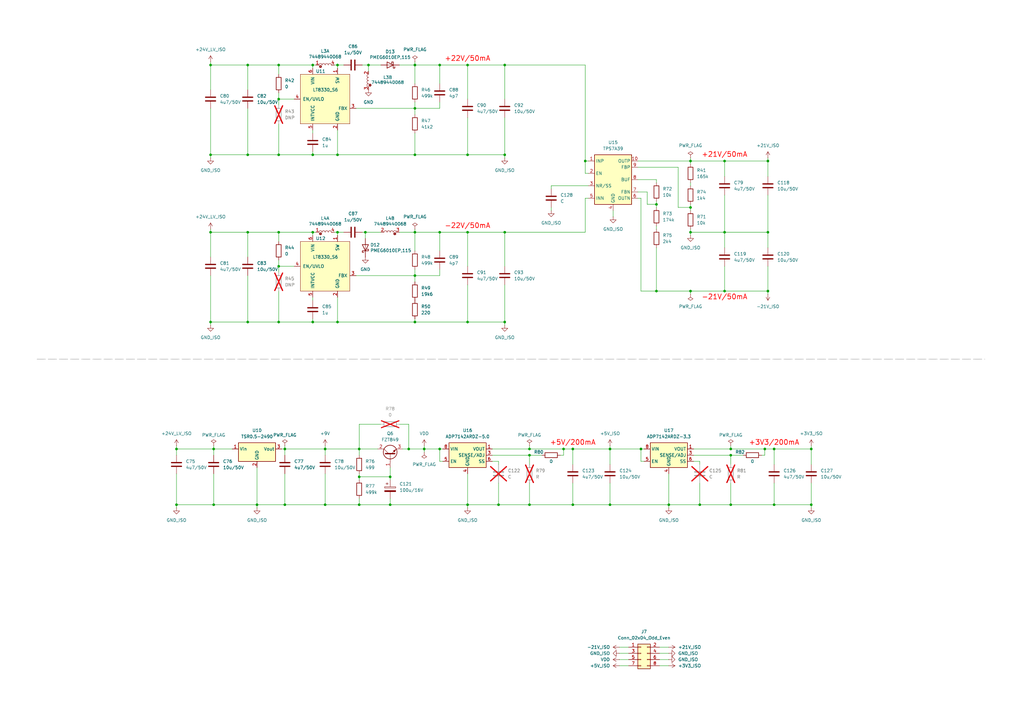
<source format=kicad_sch>
(kicad_sch (version 20250114) (generator "eeschema") (generator_version "9.0")
  (paper "A3")
  (text "+3V3/200mA" (at 317.5 181.61 0) (effects (font (size 2.032 2.032) (thickness 0.254) (bold yes))))
  (text "+22V/50mA" (at 191.77 24.13 0) (effects (font (size 2.032 2.032) (thickness 0.254) (bold yes))))
  (text "-22V/50mA" (at 191.77 92.71 0) (effects (font (size 2.032 2.032) (thickness 0.254) (bold yes))))
  (text "+21V/50mA" (at 297.18 63.5 0) (effects (font (size 2.032 2.032) (thickness 0.254) (bold yes))))
  (text "+5V/200mA" (at 234.95 181.61 0) (effects (font (size 2.032 2.032) (thickness 0.254) (bold yes))))
  (text "-21V/50mA" (at 297.18 121.92 0) (effects (font (size 2.032 2.032) (thickness 0.254) (bold yes))))
  (junction (at 207.01 63.5))
  (junction (at 173.99 184.15))
  (junction (at 250.19 207.01))
  (junction (at 191.77 26.67))
  (junction (at 170.18 95.25))
  (junction (at 191.77 207.01))
  (junction (at 114.3 26.67))
  (junction (at 87.63 207.01))
  (junction (at 72.39 207.01))
  (junction (at 128.27 26.67))
  (junction (at 86.36 95.25))
  (junction (at 180.34 95.25))
  (junction (at 283.21 119.38))
  (junction (at 160.02 195.58))
  (junction (at 170.18 63.5))
  (junction (at 116.84 184.15))
  (junction (at 86.36 26.67))
  (junction (at 133.35 207.01))
  (junction (at 180.34 26.67))
  (junction (at 114.3 63.5))
  (junction (at 191.77 132.08))
  (junction (at 297.18 119.38))
  (junction (at 114.3 95.25))
  (junction (at 207.01 132.08))
  (junction (at 105.41 207.01))
  (junction (at 283.21 66.04))
  (junction (at 87.63 184.15))
  (junction (at 317.5 184.15))
  (junction (at 101.6 95.25))
  (junction (at 128.27 63.5))
  (junction (at 133.35 184.15))
  (junction (at 299.72 186.69))
  (junction (at 217.17 207.01))
  (junction (at 114.3 132.08))
  (junction (at 138.43 26.67))
  (junction (at 114.3 40.64))
  (junction (at 147.32 207.01))
  (junction (at 283.21 85.09))
  (junction (at 204.47 207.01))
  (junction (at 240.03 66.04))
  (junction (at 207.01 95.25))
  (junction (at 138.43 95.25))
  (junction (at 299.72 207.01))
  (junction (at 332.74 207.01))
  (junction (at 234.95 184.15))
  (junction (at 231.14 184.15))
  (junction (at 274.32 207.01))
  (junction (at 128.27 132.08))
  (junction (at 314.96 66.04))
  (junction (at 101.6 26.67))
  (junction (at 170.18 113.03))
  (junction (at 314.96 119.38))
  (junction (at 299.72 184.15))
  (junction (at 269.24 119.38))
  (junction (at 147.32 184.15))
  (junction (at 116.84 207.01))
  (junction (at 332.74 184.15))
  (junction (at 160.02 207.01))
  (junction (at 234.95 207.01))
  (junction (at 149.86 95.25))
  (junction (at 207.01 26.67))
  (junction (at 314.96 95.25))
  (junction (at 297.18 95.25))
  (junction (at 170.18 44.45))
  (junction (at 217.17 186.69))
  (junction (at 297.18 66.04))
  (junction (at 101.6 63.5))
  (junction (at 138.43 63.5))
  (junction (at 317.5 207.01))
  (junction (at 151.13 26.67))
  (junction (at 138.43 132.08))
  (junction (at 170.18 132.08))
  (junction (at 128.27 95.25))
  (junction (at 86.36 132.08))
  (junction (at 287.02 207.01))
  (junction (at 167.64 184.15))
  (junction (at 283.21 95.25))
  (junction (at 180.34 184.15))
  (junction (at 313.69 184.15))
  (junction (at 262.89 184.15))
  (junction (at 101.6 132.08))
  (junction (at 191.77 63.5))
  (junction (at 86.36 63.5))
  (junction (at 170.18 26.67))
  (junction (at 114.3 109.22))
  (junction (at 191.77 95.25))
  (junction (at 269.24 83.82))
  (junction (at 147.32 195.58))
  (junction (at 217.17 184.15))
  (junction (at 250.19 184.15))
  (junction (at 72.39 184.15))
  (wire (pts (xy 160.02 195.58) (xy 160.02 196.85)))
  (wire (pts (xy 191.77 109.22) (xy 191.77 95.25)))
  (wire (pts (xy 170.18 26.67) (xy 180.34 26.67)))
  (wire (pts (xy 116.84 184.15) (xy 133.35 184.15)))
  (wire (pts (xy 250.19 207.01) (xy 274.32 207.01)))
  (wire (pts (xy 332.74 190.5) (xy 332.74 184.15)))
  (wire (pts (xy 170.18 41.91) (xy 170.18 44.45)))
  (wire (pts (xy 241.3 71.12) (xy 240.03 71.12)))
  (wire (pts (xy 138.43 95.25) (xy 138.43 96.52)))
  (wire (pts (xy 170.18 44.45) (xy 180.34 44.45)))
  (wire (pts (xy 207.01 95.25) (xy 240.03 95.25)))
  (wire (pts (xy 314.96 80.01) (xy 314.96 95.25)))
  (wire (pts (xy 147.32 173.99) (xy 147.32 184.15)))
  (wire (pts (xy 299.72 184.15) (xy 313.69 184.15)))
  (wire (pts (xy 299.72 186.69) (xy 299.72 190.5)))
  (wire (pts (xy 269.24 92.71) (xy 269.24 93.98)))
  (wire (pts (xy 283.21 119.38) (xy 283.21 120.65)))
  (wire (pts (xy 86.36 132.08) (xy 86.36 133.35)))
  (wire (pts (xy 299.72 186.69) (xy 304.8 186.69)))
  (wire (pts (xy 226.06 77.47) (xy 226.06 76.2)))
  (wire (pts (xy 240.03 26.67) (xy 240.03 66.04)))
  (wire (pts (xy 173.99 182.88) (xy 173.99 184.15)))
  (wire (pts (xy 278.13 68.58) (xy 278.13 85.09)))
  (wire (pts (xy 332.74 182.88) (xy 332.74 184.15)))
  (wire (pts (xy 283.21 66.04) (xy 283.21 67.31)))
  (wire (pts (xy 207.01 40.64) (xy 207.01 26.67)))
  (wire (pts (xy 297.18 95.25) (xy 297.18 101.6)))
  (wire (pts (xy 180.34 95.25) (xy 170.18 95.25)))
  (wire (pts (xy 72.39 207.01) (xy 72.39 208.28)))
  (wire (pts (xy 317.5 184.15) (xy 317.5 190.5)))
  (wire (pts (xy 101.6 95.25) (xy 114.3 95.25)))
  (wire (pts (xy 138.43 132.08) (xy 138.43 121.92)))
  (wire (pts (xy 180.34 26.67) (xy 191.77 26.67)))
  (wire (pts (xy 254 267.97) (xy 257.81 267.97)))
  (wire (pts (xy 160.02 191.77) (xy 160.02 195.58)))
  (wire (pts (xy 269.24 83.82) (xy 265.43 83.82)))
  (wire (pts (xy 204.47 198.12) (xy 204.47 207.01)))
  (wire (pts (xy 241.3 81.28) (xy 240.03 81.28)))
  (wire (pts (xy 86.36 95.25) (xy 101.6 95.25)))
  (wire (pts (xy 133.35 184.15) (xy 147.32 184.15)))
  (wire (pts (xy 86.36 36.83) (xy 86.36 26.67)))
  (wire (pts (xy 167.64 184.15) (xy 173.99 184.15)))
  (wire (pts (xy 128.27 123.19) (xy 128.27 121.92)))
  (wire (pts (xy 274.32 207.01) (xy 274.32 194.31)))
  (wire (pts (xy 170.18 132.08) (xy 138.43 132.08)))
  (wire (pts (xy 261.62 73.66) (xy 269.24 73.66)))
  (wire (pts (xy 191.77 132.08) (xy 207.01 132.08)))
  (wire (pts (xy 116.84 207.01) (xy 133.35 207.01)))
  (wire (pts (xy 201.93 186.69) (xy 217.17 186.69)))
  (wire (pts (xy 86.36 105.41) (xy 86.36 95.25)))
  (wire (pts (xy 234.95 207.01) (xy 250.19 207.01)))
  (wire (pts (xy 180.34 184.15) (xy 180.34 189.23)))
  (wire (pts (xy 269.24 73.66) (xy 269.24 74.93)))
  (wire (pts (xy 283.21 66.04) (xy 297.18 66.04)))
  (wire (pts (xy 191.77 207.01) (xy 204.47 207.01)))
  (wire (pts (xy 201.93 189.23) (xy 204.47 189.23)))
  (wire (pts (xy 240.03 66.04) (xy 241.3 66.04)))
  (wire (pts (xy 254 265.43) (xy 257.81 265.43)))
  (wire (pts (xy 191.77 132.08) (xy 191.77 116.84)))
  (wire (pts (xy 114.3 43.18) (xy 114.3 40.64)))
  (wire (pts (xy 204.47 189.23) (xy 204.47 190.5)))
  (wire (pts (xy 170.18 113.03) (xy 170.18 115.57)))
  (wire (pts (xy 278.13 85.09) (xy 283.21 85.09)))
  (wire (pts (xy 250.19 184.15) (xy 262.89 184.15)))
  (wire (pts (xy 191.77 207.01) (xy 191.77 208.28)))
  (wire (pts (xy 226.06 76.2) (xy 241.3 76.2)))
  (wire (pts (xy 86.36 44.45) (xy 86.36 63.5)))
  (wire (pts (xy 332.74 184.15) (xy 317.5 184.15)))
  (wire (pts (xy 299.72 207.01) (xy 317.5 207.01)))
  (wire (pts (xy 114.3 26.67) (xy 128.27 26.67)))
  (wire (pts (xy 138.43 26.67) (xy 138.43 27.94)))
  (wire (pts (xy 86.36 63.5) (xy 101.6 63.5)))
  (wire (pts (xy 284.48 189.23) (xy 287.02 189.23)))
  (wire (pts (xy 207.01 109.22) (xy 207.01 95.25)))
  (wire (pts (xy 165.1 184.15) (xy 167.64 184.15)))
  (wire (pts (xy 283.21 64.77) (xy 283.21 66.04)))
  (wire (pts (xy 297.18 66.04) (xy 297.18 72.39)))
  (wire (pts (xy 314.96 66.04) (xy 314.96 72.39)))
  (wire (pts (xy 167.64 173.99) (xy 167.64 184.15)))
  (wire (pts (xy 149.86 97.79) (xy 149.86 95.25)))
  (wire (pts (xy 148.59 95.25) (xy 149.86 95.25)))
  (wire (pts (xy 250.19 207.01) (xy 250.19 198.12)))
  (wire (pts (xy 133.35 186.69) (xy 133.35 184.15)))
  (wire (pts (xy 314.96 119.38) (xy 314.96 120.65)))
  (wire (pts (xy 270.51 265.43) (xy 274.32 265.43)))
  (wire (pts (xy 72.39 186.69) (xy 72.39 184.15)))
  (wire (pts (xy 191.77 207.01) (xy 191.77 194.31)))
  (wire (pts (xy 101.6 105.41) (xy 101.6 95.25)))
  (wire (pts (xy 147.32 195.58) (xy 160.02 195.58)))
  (wire (pts (xy 86.36 64.77) (xy 86.36 63.5)))
  (wire (pts (xy 240.03 66.04) (xy 240.03 71.12)))
  (wire (pts (xy 270.51 267.97) (xy 274.32 267.97)))
  (wire (pts (xy 138.43 63.5) (xy 138.43 53.34)))
  (wire (pts (xy 254 273.05) (xy 257.81 273.05)))
  (wire (pts (xy 170.18 25.4) (xy 170.18 26.67)))
  (wire (pts (xy 129.54 26.67) (xy 128.27 26.67)))
  (wire (pts (xy 217.17 207.01) (xy 204.47 207.01)))
  (wire (pts (xy 261.62 66.04) (xy 283.21 66.04)))
  (wire (pts (xy 160.02 207.01) (xy 191.77 207.01)))
  (wire (pts (xy 217.17 184.15) (xy 231.14 184.15)))
  (wire (pts (xy 146.05 44.45) (xy 170.18 44.45)))
  (wire (pts (xy 116.84 207.01) (xy 116.84 194.31)))
  (wire (pts (xy 170.18 130.81) (xy 170.18 132.08)))
  (wire (pts (xy 156.21 173.99) (xy 147.32 173.99)))
  (wire (pts (xy 149.86 95.25) (xy 156.21 95.25)))
  (wire (pts (xy 207.01 132.08) (xy 207.01 133.35)))
  (wire (pts (xy 231.14 184.15) (xy 234.95 184.15)))
  (wire (pts (xy 299.72 182.88) (xy 299.72 184.15)))
  (wire (pts (xy 217.17 182.88) (xy 217.17 184.15)))
  (wire (pts (xy 250.19 182.88) (xy 250.19 184.15)))
  (wire (pts (xy 86.36 113.03) (xy 86.36 132.08)))
  (wire (pts (xy 201.93 184.15) (xy 217.17 184.15)))
  (wire (pts (xy 207.01 26.67) (xy 191.77 26.67)))
  (wire (pts (xy 270.51 270.51) (xy 274.32 270.51)))
  (wire (pts (xy 283.21 95.25) (xy 283.21 96.52)))
  (wire (pts (xy 151.13 29.21) (xy 151.13 26.67)))
  (wire (pts (xy 180.34 102.87) (xy 180.34 95.25)))
  (wire (pts (xy 170.18 95.25) (xy 170.18 102.87)))
  (wire (pts (xy 269.24 83.82) (xy 269.24 85.09)))
  (wire (pts (xy 137.16 95.25) (xy 138.43 95.25)))
  (wire (pts (xy 114.3 30.48) (xy 114.3 26.67)))
  (wire (pts (xy 114.3 63.5) (xy 114.3 50.8)))
  (wire (pts (xy 274.32 207.01) (xy 287.02 207.01)))
  (wire (pts (xy 297.18 119.38) (xy 314.96 119.38)))
  (wire (pts (xy 170.18 44.45) (xy 170.18 46.99)))
  (wire (pts (xy 115.57 184.15) (xy 116.84 184.15)))
  (wire (pts (xy 287.02 189.23) (xy 287.02 190.5)))
  (wire (pts (xy 101.6 36.83) (xy 101.6 26.67)))
  (wire (pts (xy 261.62 68.58) (xy 278.13 68.58)))
  (wire (pts (xy 116.84 186.69) (xy 116.84 184.15)))
  (wire (pts (xy 283.21 85.09) (xy 283.21 86.36)))
  (wire (pts (xy 170.18 63.5) (xy 138.43 63.5)))
  (wire (pts (xy 314.96 95.25) (xy 314.96 101.6)))
  (wire (pts (xy 283.21 95.25) (xy 297.18 95.25)))
  (wire (pts (xy 191.77 95.25) (xy 207.01 95.25)))
  (wire (pts (xy 234.95 198.12) (xy 234.95 207.01)))
  (wire (pts (xy 265.43 83.82) (xy 265.43 78.74)))
  (wire (pts (xy 72.39 194.31) (xy 72.39 207.01)))
  (wire (pts (xy 128.27 63.5) (xy 138.43 63.5)))
  (wire (pts (xy 283.21 74.93) (xy 283.21 76.2)))
  (wire (pts (xy 317.5 198.12) (xy 317.5 207.01)))
  (wire (pts (xy 299.72 198.12) (xy 299.72 207.01)))
  (wire (pts (xy 170.18 110.49) (xy 170.18 113.03)))
  (wire (pts (xy 170.18 54.61) (xy 170.18 63.5)))
  (wire (pts (xy 262.89 184.15) (xy 262.89 189.23)))
  (wire (pts (xy 72.39 207.01) (xy 87.63 207.01)))
  (wire (pts (xy 207.01 63.5) (xy 207.01 64.77)))
  (wire (pts (xy 284.48 186.69) (xy 299.72 186.69)))
  (wire (pts (xy 148.59 26.67) (xy 151.13 26.67)))
  (wire (pts (xy 317.5 207.01) (xy 332.74 207.01)))
  (wire (pts (xy 86.36 25.4) (xy 86.36 26.67)))
  (wire (pts (xy 147.32 194.31) (xy 147.32 195.58)))
  (wire (pts (xy 128.27 132.08) (xy 138.43 132.08)))
  (wire (pts (xy 180.34 44.45) (xy 180.34 41.91)))
  (wire (pts (xy 101.6 132.08) (xy 114.3 132.08)))
  (wire (pts (xy 72.39 182.88) (xy 72.39 184.15)))
  (wire (pts (xy 262.89 184.15) (xy 264.16 184.15)))
  (wire (pts (xy 283.21 93.98) (xy 283.21 95.25)))
  (wire (pts (xy 86.36 132.08) (xy 101.6 132.08)))
  (wire (pts (xy 313.69 184.15) (xy 313.69 186.69)))
  (wire (pts (xy 297.18 66.04) (xy 314.96 66.04)))
  (wire (pts (xy 314.96 109.22) (xy 314.96 119.38)))
  (wire (pts (xy 120.65 40.64) (xy 114.3 40.64)))
  (wire (pts (xy 297.18 109.22) (xy 297.18 119.38)))
  (wire (pts (xy 86.36 93.98) (xy 86.36 95.25)))
  (wire (pts (xy 262.89 81.28) (xy 262.89 119.38)))
  (wire (pts (xy 128.27 62.23) (xy 128.27 63.5)))
  (wire (pts (xy 147.32 195.58) (xy 147.32 196.85)))
  (wire (pts (xy 191.77 63.5) (xy 207.01 63.5)))
  (wire (pts (xy 128.27 54.61) (xy 128.27 53.34)))
  (wire (pts (xy 128.27 132.08) (xy 114.3 132.08)))
  (wire (pts (xy 231.14 186.69) (xy 229.87 186.69)))
  (wire (pts (xy 269.24 82.55) (xy 269.24 83.82)))
  (wire (pts (xy 140.97 26.67) (xy 138.43 26.67)))
  (wire (pts (xy 114.3 109.22) (xy 114.3 106.68)))
  (wire (pts (xy 207.01 116.84) (xy 207.01 132.08)))
  (wire (pts (xy 101.6 26.67) (xy 114.3 26.67)))
  (wire (pts (xy 173.99 184.15) (xy 180.34 184.15)))
  (polyline (pts (xy 15.24 147.32) (xy 403.86 147.32)) (stroke (width 0.3048) (type dash) (color 194 194 194 1)))
  (wire (pts (xy 160.02 207.01) (xy 147.32 207.01)))
  (wire (pts (xy 181.61 189.23) (xy 180.34 189.23)))
  (wire (pts (xy 116.84 182.88) (xy 116.84 184.15)))
  (wire (pts (xy 137.16 26.67) (xy 138.43 26.67)))
  (wire (pts (xy 87.63 184.15) (xy 87.63 186.69)))
  (wire (pts (xy 250.19 184.15) (xy 234.95 184.15)))
  (wire (pts (xy 87.63 207.01) (xy 105.41 207.01)))
  (wire (pts (xy 147.32 204.47) (xy 147.32 207.01)))
  (wire (pts (xy 240.03 26.67) (xy 207.01 26.67)))
  (wire (pts (xy 313.69 184.15) (xy 317.5 184.15)))
  (wire (pts (xy 262.89 81.28) (xy 261.62 81.28)))
  (wire (pts (xy 297.18 80.01) (xy 297.18 95.25)))
  (wire (pts (xy 87.63 184.15) (xy 95.25 184.15)))
  (wire (pts (xy 147.32 184.15) (xy 147.32 186.69)))
  (wire (pts (xy 240.03 81.28) (xy 240.03 95.25)))
  (wire (pts (xy 140.97 95.25) (xy 138.43 95.25)))
  (wire (pts (xy 284.48 184.15) (xy 299.72 184.15)))
  (wire (pts (xy 128.27 26.67) (xy 128.27 27.94)))
  (wire (pts (xy 269.24 101.6) (xy 269.24 119.38)))
  (wire (pts (xy 167.64 173.99) (xy 163.83 173.99)))
  (wire (pts (xy 133.35 182.88) (xy 133.35 184.15)))
  (wire (pts (xy 170.18 132.08) (xy 191.77 132.08)))
  (wire (pts (xy 87.63 194.31) (xy 87.63 207.01)))
  (wire (pts (xy 226.06 86.36) (xy 226.06 85.09)))
  (wire (pts (xy 332.74 207.01) (xy 332.74 198.12)))
  (wire (pts (xy 332.74 207.01) (xy 332.74 208.28)))
  (wire (pts (xy 101.6 63.5) (xy 114.3 63.5)))
  (wire (pts (xy 264.16 189.23) (xy 262.89 189.23)))
  (wire (pts (xy 114.3 111.76) (xy 114.3 109.22)))
  (wire (pts (xy 191.77 40.64) (xy 191.77 26.67)))
  (wire (pts (xy 283.21 83.82) (xy 283.21 85.09)))
  (wire (pts (xy 133.35 207.01) (xy 133.35 194.31)))
  (wire (pts (xy 180.34 34.29) (xy 180.34 26.67)))
  (wire (pts (xy 217.17 186.69) (xy 222.25 186.69)))
  (wire (pts (xy 87.63 182.88) (xy 87.63 184.15)))
  (wire (pts (xy 217.17 186.69) (xy 217.17 190.5)))
  (wire (pts (xy 114.3 63.5) (xy 128.27 63.5)))
  (wire (pts (xy 105.41 191.77) (xy 105.41 207.01)))
  (wire (pts (xy 114.3 40.64) (xy 114.3 38.1)))
  (wire (pts (xy 105.41 207.01) (xy 105.41 208.28)))
  (wire (pts (xy 313.69 186.69) (xy 312.42 186.69)))
  (wire (pts (xy 133.35 207.01) (xy 147.32 207.01)))
  (wire (pts (xy 283.21 119.38) (xy 297.18 119.38)))
  (wire (pts (xy 287.02 198.12) (xy 287.02 207.01)))
  (wire (pts (xy 170.18 113.03) (xy 180.34 113.03)))
  (wire (pts (xy 217.17 207.01) (xy 234.95 207.01)))
  (wire (pts (xy 297.18 95.25) (xy 314.96 95.25)))
  (wire (pts (xy 170.18 26.67) (xy 170.18 34.29)))
  (wire (pts (xy 101.6 44.45) (xy 101.6 63.5)))
  (wire (pts (xy 191.77 63.5) (xy 191.77 48.26)))
  (wire (pts (xy 314.96 64.77) (xy 314.96 66.04)))
  (wire (pts (xy 128.27 130.81) (xy 128.27 132.08)))
  (wire (pts (xy 269.24 119.38) (xy 283.21 119.38)))
  (wire (pts (xy 274.32 207.01) (xy 274.32 208.28)))
  (wire (pts (xy 146.05 113.03) (xy 170.18 113.03)))
  (wire (pts (xy 270.51 273.05) (xy 274.32 273.05)))
  (wire (pts (xy 207.01 63.5) (xy 207.01 48.26)))
  (wire (pts (xy 180.34 184.15) (xy 181.61 184.15)))
  (wire (pts (xy 160.02 204.47) (xy 160.02 207.01)))
  (wire (pts (xy 151.13 26.67) (xy 156.21 26.67)))
  (wire (pts (xy 101.6 26.67) (xy 86.36 26.67)))
  (wire (pts (xy 170.18 93.98) (xy 170.18 95.25)))
  (wire (pts (xy 128.27 95.25) (xy 128.27 96.52)))
  (wire (pts (xy 217.17 198.12) (xy 217.17 207.01)))
  (wire (pts (xy 120.65 109.22) (xy 114.3 109.22)))
  (wire (pts (xy 114.3 132.08) (xy 114.3 119.38)))
  (wire (pts (xy 299.72 207.01) (xy 287.02 207.01)))
  (wire (pts (xy 72.39 184.15) (xy 87.63 184.15)))
  (wire (pts (xy 250.19 190.5) (xy 250.19 184.15)))
  (wire (pts (xy 262.89 119.38) (xy 269.24 119.38)))
  (wire (pts (xy 170.18 63.5) (xy 191.77 63.5)))
  (wire (pts (xy 114.3 99.06) (xy 114.3 95.25)))
  (wire (pts (xy 163.83 26.67) (xy 170.18 26.67)))
  (wire (pts (xy 234.95 184.15) (xy 234.95 190.5)))
  (wire (pts (xy 163.83 95.25) (xy 170.18 95.25)))
  (wire (pts (xy 147.32 184.15) (xy 154.94 184.15)))
  (wire (pts (xy 231.14 184.15) (xy 231.14 186.69)))
  (wire (pts (xy 114.3 95.25) (xy 128.27 95.25)))
  (wire (pts (xy 261.62 78.74) (xy 265.43 78.74)))
  (wire (pts (xy 101.6 113.03) (xy 101.6 132.08)))
  (wire (pts (xy 254 270.51) (xy 257.81 270.51)))
  (wire (pts (xy 105.41 207.01) (xy 116.84 207.01)))
  (wire (pts (xy 251.46 86.36) (xy 251.46 88.9)))
  (wire (pts (xy 129.54 95.25) (xy 128.27 95.25)))
  (wire (pts (xy 180.34 95.25) (xy 191.77 95.25)))
  (wire (pts (xy 180.34 113.03) (xy 180.34 110.49)))
  (wire (pts (xy 173.99 185.42) (xy 173.99 184.15)))
  (symbol (lib_id "power:GND") (at 151.13 36.83 0) (unit 1)
    (property "Reference" "#PWR092" (effects (hide yes)))
    (property "Value" "GND" (at 151.13 41.91 0))
    (property "Description" "Power symbol creates a global label with name \"GND\" , ground" (effects (hide yes)))
  )
  (symbol (lib_id "Device:C") (at 207.01 44.45 0) (unit 1)
    (property "Reference" "C92" (at 210.82 43.1799 0) (effects (justify left)))
    (property "Value" "10u/50V" (at 210.82 45.7199 0) (effects (justify left)))
    (property "Footprint" "Capacitor_SMD:C_1210_3225Metric_Pad1.33x2.70mm_HandSolder" (effects (hide yes)))
    (property "Description" "Unpolarized capacitor" (effects (hide yes)))
  )
  (symbol (lib_id "UCC25800:LT8330_S6") (at 133.35 109.22 0) (unit 1)
    (property "Reference" "U12" (at 129.54 97.79 0) (effects (justify left)))
    (property "Value" "LT8330_S6" (at 128.27 105.41 0) (effects (justify left)))
    (property "Footprint" "Package_TO_SOT_SMD:TSOT-23-6" (effects (hide yes)))
  )
  (symbol (lib_id "Device:R") (at 283.21 90.17 0) (unit 1)
    (property "Reference" "R71" (at 285.75 88.8999 0) (effects (justify left)))
    (property "Value" "10k" (at 285.75 91.4399 0) (effects (justify left)))
    (property "Footprint" "Resistor_SMD:R_0603_1608Metric_Pad0.98x0.95mm_HandSolder" (effects (hide yes)))
    (property "Description" "Resistor" (effects (hide yes)))
  )
  (symbol (lib_id "UCC25800:LT8330_S6") (at 133.35 40.64 0) (unit 1)
    (property "Reference" "U11" (at 129.54 29.21 0) (effects (justify left)))
    (property "Value" "LT8330_S6" (at 128.27 36.83 0) (effects (justify left)))
    (property "Footprint" "Package_TO_SOT_SMD:TSOT-23-6" (effects (hide yes)))
  )
  (symbol (lib_id "ETH1CVOLT_A:-21V_ISO") (at 254 265.43 90) (unit 1)
    (property "Reference" "#PWR0141" (effects (hide yes)))
    (property "Value" "-21V_ISO" (at 250.19 265.4299 90) (effects (justify left)))
    (property "Description" "Power symbol" (effects (hide yes)))
  )
  (symbol (lib_id "power:PWR_FLAG") (at 170.18 25.4 0) (unit 1)
    (property "Reference" "#FLG016" (effects (hide yes)))
    (property "Value" "PWR_FLAG" (at 170.18 20.32 0))
    (property "Description" "Special symbol for telling ERC where power comes from" (effects (hide yes)))
  )
  (symbol (lib_id "Device:R") (at 170.18 119.38 0) (unit 1)
    (property "Reference" "R49" (at 172.72 118.1099 0) (effects (justify left)))
    (property "Value" "19k6" (at 172.72 120.6499 0) (effects (justify left)))
    (property "Footprint" "Resistor_SMD:R_0603_1608Metric_Pad0.98x0.95mm_HandSolder" (effects (hide yes)))
    (property "Description" "Resistor" (effects (hide yes)))
  )
  (symbol (lib_id "ETH1CVOLT_A:+21V_ISO") (at 314.96 64.77 0) (unit 1)
    (property "Reference" "#PWR0128" (effects (hide yes)))
    (property "Value" "+21V_ISO" (at 314.96 59.69 0))
    (property "Description" "Power symbol" (effects (hide yes)))
  )
  (symbol (lib_id "ETH1CVOLT_A:GND_ISO") (at 86.36 133.35 0) (unit 1)
    (property "Reference" "#PWR090" (effects (hide yes)))
    (property "Value" "GND_ISO" (at 86.36 138.43 0))
    (property "Description" "Power symbol creates a global label with name \"GND\" , ground" (effects (hide yes)))
  )
  (symbol (lib_id "ETH1CVOLT_A:GND_ISO") (at 254 267.97 270) (unit 1)
    (property "Reference" "#PWR0145" (effects (hide yes)))
    (property "Value" "GND_ISO" (at 250.19 267.9699 90) (effects (justify right)))
    (property "Description" "Power symbol creates a global label with name \"GND\" , ground" (effects (hide yes)))
  )
  (symbol (lib_id "Device:C") (at 226.06 81.28 0) (unit 1)
    (property "Reference" "C128" (at 229.87 80.0099 0) (effects (justify left)))
    (property "Value" "C" (at 229.87 82.5499 0) (effects (justify left)))
    (property "Footprint" "Capacitor_SMD:C_0603_1608Metric_Pad1.08x0.95mm_HandSolder" (effects (hide yes)))
    (property "Description" "Unpolarized capacitor" (effects (hide yes)))
  )
  (symbol (lib_id "Device:R") (at 170.18 38.1 0) (unit 1)
    (property "Reference" "R46" (at 172.72 36.8299 0) (effects (justify left)))
    (property "Value" "499k" (at 172.72 39.3699 0) (effects (justify left)))
    (property "Footprint" "Resistor_SMD:R_0603_1608Metric_Pad0.98x0.95mm_HandSolder" (effects (hide yes)))
    (property "Description" "Resistor" (effects (hide yes)))
  )
  (symbol (lib_id "Device:C") (at 101.6 109.22 0) (unit 1)
    (property "Reference" "C83" (at 105.41 107.9499 0) (effects (justify left)))
    (property "Value" "10u/50V" (at 105.41 110.4899 0) (effects (justify left)))
    (property "Footprint" "Capacitor_SMD:C_1210_3225Metric_Pad1.33x2.70mm_HandSolder" (effects (hide yes)))
    (property "Description" "Unpolarized capacitor" (effects (hide yes)))
  )
  (symbol (lib_id "ETH1CVOLT_A:GND_ISO") (at 274.32 208.28 0) (unit 1)
    (property "Reference" "#PWR0134" (effects (hide yes)))
    (property "Value" "GND_ISO" (at 274.32 213.36 0))
    (property "Description" "Power symbol creates a global label with name \"GND\" , ground" (effects (hide yes)))
  )
  (symbol (lib_id "Device:C") (at 234.95 194.31 0) (unit 1)
    (property "Reference" "C123" (at 238.76 193.0399 0) (effects (justify left)))
    (property "Value" "4u7/50V" (at 238.76 195.5799 0) (effects (justify left)))
    (property "Footprint" "Capacitor_SMD:C_1210_3225Metric_Pad1.33x2.70mm_HandSolder" (effects (hide yes)))
    (property "Description" "Unpolarized capacitor" (effects (hide yes)))
  )
  (symbol (lib_id "Device:R") (at 114.3 102.87 0) (unit 1)
    (property "Reference" "R44" (at 116.84 101.5999 0) (effects (justify left)))
    (property "Value" "0" (at 116.84 104.1399 0) (effects (justify left)))
    (property "Footprint" "Resistor_SMD:R_0603_1608Metric_Pad0.98x0.95mm_HandSolder" (effects (hide yes)))
    (property "Description" "Resistor" (effects (hide yes)))
  )
  (symbol (lib_id "power:PWR_FLAG") (at 87.63 182.88 0) (unit 1)
    (property "Reference" "#FLG015" (effects (hide yes)))
    (property "Value" "PWR_FLAG" (at 87.63 178.435 0))
    (property "Description" "Special symbol for telling ERC where power comes from" (effects (hide yes)))
  )
  (symbol (lib_id "Device:C") (at 191.77 113.03 0) (unit 1)
    (property "Reference" "C91" (at 195.58 111.7599 0) (effects (justify left)))
    (property "Value" "4u7/50V" (at 195.58 114.2999 0) (effects (justify left)))
    (property "Footprint" "Capacitor_SMD:C_1210_3225Metric_Pad1.33x2.70mm_HandSolder" (effects (hide yes)))
    (property "Description" "Unpolarized capacitor" (effects (hide yes)))
  )
  (symbol (lib_id "Device:C") (at 72.39 190.5 0) (unit 1)
    (property "Reference" "C75" (at 76.2 189.2299 0) (effects (justify left)))
    (property "Value" "4u7/50V" (at 76.2 191.7699 0) (effects (justify left)))
    (property "Footprint" "Capacitor_SMD:C_1210_3225Metric_Pad1.33x2.70mm_HandSolder" (effects (hide yes)))
    (property "Description" "Unpolarized capacitor" (effects (hide yes)))
  )
  (symbol (lib_id "ETH1CVOLT_A:+21V_ISO") (at 274.32 265.43 270) (unit 1)
    (property "Reference" "#PWR0140" (effects (hide yes)))
    (property "Value" "+21V_ISO" (at 278.13 265.4299 90) (effects (justify left)))
    (property "Description" "Power symbol" (effects (hide yes)))
  )
  (symbol (lib_id "ETH1CVOLT_A:GND_ISO") (at 191.77 208.28 0) (unit 1)
    (property "Reference" "#PWR0127" (effects (hide yes)))
    (property "Value" "GND_ISO" (at 191.77 213.36 0))
    (property "Description" "Power symbol creates a global label with name \"GND\" , ground" (effects (hide yes)))
  )
  (symbol (lib_id "ETH1CVOLT_A:GND_ISO") (at 274.32 267.97 90) (unit 1)
    (property "Reference" "#PWR0146" (effects (hide yes)))
    (property "Value" "GND_ISO" (at 278.13 267.9699 90) (effects (justify right)))
    (property "Description" "Power symbol creates a global label with name \"GND\" , ground" (effects (hide yes)))
  )
  (symbol (lib_id "UCC25800:74489440068") (at 133.35 26.67 0) (unit 1)
    (property "Reference" "L3" (at 133.35 20.955 0))
    (property "Value" "74489440068" (at 133.35 23.2664 0))
    (property "Footprint" "ETH1CVOLT_A:74489440068" (effects (hide yes)))
  )
  (symbol (lib_id "Device:R") (at 308.61 186.69 90) (unit 1)
    (property "Reference" "R82" (at 303.53 185.42 90))
    (property "Value" "0" (at 308.61 189.23 90))
    (property "Footprint" "Resistor_SMD:R_0603_1608Metric_Pad0.98x0.95mm_HandSolder" (effects (hide yes)))
    (property "Description" "Resistor" (effects (hide yes)))
  )
  (symbol (lib_id "UCC25800:74489440068") (at 133.35 95.25 0) (unit 1)
    (property "Reference" "L4" (at 133.35 89.535 0))
    (property "Value" "74489440068" (at 133.35 91.8464 0))
    (property "Footprint" "ETH1CVOLT_A:74489440068" (effects (hide yes)))
  )
  (symbol (lib_id "ETH1CVOLT_A:-21V_ISO") (at 314.96 120.65 180) (unit 1)
    (property "Reference" "#PWR095" (effects (hide yes)))
    (property "Value" "-21V_ISO" (at 314.96 125.73 0))
    (property "Description" "Power symbol" (effects (hide yes)))
  )
  (symbol (lib_id "Device:C") (at 86.36 40.64 0) (unit 1)
    (property "Reference" "C80" (at 90.17 39.3699 0) (effects (justify left)))
    (property "Value" "4u7/50V" (at 90.17 41.9099 0) (effects (justify left)))
    (property "Footprint" "Capacitor_SMD:C_1210_3225Metric_Pad1.33x2.70mm_HandSolder" (effects (hide yes)))
    (property "Description" "Unpolarized capacitor" (effects (hide yes)))
  )
  (symbol (lib_id "Device:C") (at 207.01 113.03 0) (unit 1)
    (property "Reference" "C93" (at 210.82 111.7599 0) (effects (justify left)))
    (property "Value" "10u/50V" (at 210.82 114.2999 0) (effects (justify left)))
    (property "Footprint" "Capacitor_SMD:C_1210_3225Metric_Pad1.33x2.70mm_HandSolder" (effects (hide yes)))
    (property "Description" "Unpolarized capacitor" (effects (hide yes)))
  )
  (symbol (lib_id "Device:R") (at 283.21 71.12 0) (unit 1)
    (property "Reference" "R41" (at 285.75 69.8499 0) (effects (justify left)))
    (property "Value" "165k" (at 285.75 72.3899 0) (effects (justify left)))
    (property "Footprint" "Resistor_SMD:R_0603_1608Metric_Pad0.98x0.95mm_HandSolder" (effects (hide yes)))
    (property "Description" "Resistor" (effects (hide yes)))
  )
  (symbol (lib_id "Device:C") (at 128.27 58.42 180) (unit 1)
    (property "Reference" "C84" (at 132.08 57.1499 0) (effects (justify right)))
    (property "Value" "1u" (at 132.08 59.6899 0) (effects (justify right)))
    (property "Footprint" "Capacitor_SMD:C_0603_1608Metric_Pad1.08x0.95mm_HandSolder" (effects (hide yes)))
    (property "Description" "Unpolarized capacitor" (effects (hide yes)))
  )
  (symbol (lib_id "Device:R") (at 147.32 190.5 0) (unit 1)
    (property "Reference" "R76" (at 149.86 189.2299 0) (effects (justify left)))
    (property "Value" "499" (at 149.86 191.7699 0) (effects (justify left)))
    (property "Footprint" "Resistor_SMD:R_0603_1608Metric_Pad0.98x0.95mm_HandSolder" (effects (hide yes)))
    (property "Description" "Resistor" (effects (hide yes)))
  )
  (symbol (lib_id "Device:R") (at 299.72 194.31 0) (unit 1) (on_board no) (dnp yes)
    (property "Reference" "R81" (at 302.26 193.0399 0) (effects (justify left)))
    (property "Value" "R" (at 302.26 195.5799 0) (effects (justify left)))
    (property "Description" "Resistor" (effects (hide yes)))
  )
  (symbol (lib_id "Device:C") (at 180.34 106.68 0) (unit 1)
    (property "Reference" "C89" (at 184.15 105.4099 0) (effects (justify left)))
    (property "Value" "4p7" (at 184.15 107.9499 0) (effects (justify left)))
    (property "Footprint" "Capacitor_SMD:C_0603_1608Metric_Pad1.08x0.95mm_HandSolder" (effects (hide yes)))
    (property "Description" "Unpolarized capacitor" (effects (hide yes)))
  )
  (symbol (lib_id "Device:R") (at 269.24 78.74 0) (unit 1)
    (property "Reference" "R72" (at 271.78 77.4699 0) (effects (justify left)))
    (property "Value" "10k" (at 271.78 80.0099 0) (effects (justify left)))
    (property "Footprint" "Resistor_SMD:R_0603_1608Metric_Pad0.98x0.95mm_HandSolder" (effects (hide yes)))
    (property "Description" "Resistor" (effects (hide yes)))
  )
  (symbol (lib_id "ETH1CVOLT_A:GND_ISO") (at 274.32 270.51 90) (unit 1)
    (property "Reference" "#PWR0147" (effects (hide yes)))
    (property "Value" "GND_ISO" (at 278.13 270.5099 90) (effects (justify right)))
    (property "Description" "Power symbol creates a global label with name \"GND\" , ground" (effects (hide yes)))
  )
  (symbol (lib_id "Device:R") (at 170.18 127 0) (unit 1)
    (property "Reference" "R50" (at 172.72 125.7299 0) (effects (justify left)))
    (property "Value" "220" (at 172.72 128.2699 0) (effects (justify left)))
    (property "Footprint" "Resistor_SMD:R_0603_1608Metric_Pad0.98x0.95mm_HandSolder" (effects (hide yes)))
    (property "Description" "Resistor" (effects (hide yes)))
  )
  (symbol (lib_id "power:VDD") (at 173.99 182.88 0) (unit 1)
    (property "Reference" "#PWR0129" (effects (hide yes)))
    (property "Value" "VDD" (at 173.99 177.8 0))
    (property "Description" "Power symbol creates a global label with name \"VDD\"" (effects (hide yes)))
  )
  (symbol (lib_id "Device:C") (at 86.36 109.22 0) (unit 1)
    (property "Reference" "C81" (at 90.17 107.9499 0) (effects (justify left)))
    (property "Value" "4u7/50V" (at 90.17 110.4899 0) (effects (justify left)))
    (property "Footprint" "Capacitor_SMD:C_1210_3225Metric_Pad1.33x2.70mm_HandSolder" (effects (hide yes)))
    (property "Description" "Unpolarized capacitor" (effects (hide yes)))
  )
  (symbol (lib_id "Device:C") (at 250.19 194.31 0) (unit 1)
    (property "Reference" "C124" (at 254 193.0399 0) (effects (justify left)))
    (property "Value" "10u/50V" (at 254 195.5799 0) (effects (justify left)))
    (property "Footprint" "Capacitor_SMD:C_1210_3225Metric_Pad1.33x2.70mm_HandSolder" (effects (hide yes)))
    (property "Description" "Unpolarized capacitor" (effects (hide yes)))
  )
  (symbol (lib_id "ETH1CVOLT_A:GND_ISO") (at 226.06 86.36 0) (unit 1)
    (property "Reference" "#PWR0163" (effects (hide yes)))
    (property "Value" "GND_ISO" (at 226.06 91.44 0))
    (property "Description" "Power symbol creates a global label with name \"GND\" , ground" (effects (hide yes)))
  )
  (symbol (lib_id "Device:C") (at 317.5 194.31 0) (unit 1)
    (property "Reference" "C126" (at 321.31 193.0399 0) (effects (justify left)))
    (property "Value" "4u7/50V" (at 321.31 195.5799 0) (effects (justify left)))
    (property "Footprint" "Capacitor_SMD:C_1210_3225Metric_Pad1.33x2.70mm_HandSolder" (effects (hide yes)))
    (property "Description" "Unpolarized capacitor" (effects (hide yes)))
  )
  (symbol (lib_id "power:VDD") (at 254 270.51 90) (unit 1)
    (property "Reference" "#PWR0144" (effects (hide yes)))
    (property "Value" "VDD" (at 250.19 270.5099 90) (effects (justify left)))
    (property "Description" "Power symbol creates a global label with name \"VDD\"" (effects (hide yes)))
  )
  (symbol (lib_id "power:GND") (at 149.86 105.41 0) (unit 1)
    (property "Reference" "#PWR091" (effects (hide yes)))
    (property "Value" "GND" (at 149.86 110.49 0))
    (property "Description" "Power symbol creates a global label with name \"GND\" , ground" (effects (hide yes)))
  )
  (symbol (lib_id "Device:R") (at 269.24 88.9 0) (unit 1)
    (property "Reference" "R73" (at 271.78 87.6299 0) (effects (justify left)))
    (property "Value" "174k" (at 271.78 90.1699 0) (effects (justify left)))
    (property "Footprint" "Resistor_SMD:R_0603_1608Metric_Pad0.98x0.95mm_HandSolder" (effects (hide yes)))
    (property "Description" "Resistor" (effects (hide yes)))
  )
  (symbol (lib_id "Device:R") (at 170.18 106.68 0) (unit 1)
    (property "Reference" "R48" (at 172.72 105.4099 0) (effects (justify left)))
    (property "Value" "499k" (at 172.72 107.9499 0) (effects (justify left)))
    (property "Footprint" "Resistor_SMD:R_0603_1608Metric_Pad0.98x0.95mm_HandSolder" (effects (hide yes)))
    (property "Description" "Resistor" (effects (hide yes)))
  )
  (symbol (lib_id "ETH1CVOLT_A:GND_ISO") (at 332.74 208.28 0) (unit 1)
    (property "Reference" "#PWR0132" (effects (hide yes)))
    (property "Value" "GND_ISO" (at 332.74 213.36 0))
    (property "Description" "Power symbol creates a global label with name \"GND\" , ground" (effects (hide yes)))
  )
  (symbol (lib_id "Device:R") (at 226.06 186.69 90) (unit 1)
    (property "Reference" "R80" (at 220.98 185.42 90))
    (property "Value" "0" (at 226.06 189.23 90))
    (property "Footprint" "Resistor_SMD:R_0603_1608Metric_Pad0.98x0.95mm_HandSolder" (effects (hide yes)))
    (property "Description" "Resistor" (effects (hide yes)))
  )
  (symbol (lib_id "Device:R") (at 147.32 200.66 0) (unit 1)
    (property "Reference" "R77" (at 149.86 199.3899 0) (effects (justify left)))
    (property "Value" "499k" (at 149.86 201.9299 0) (effects (justify left)))
    (property "Footprint" "Resistor_SMD:R_0603_1608Metric_Pad0.98x0.95mm_HandSolder" (effects (hide yes)))
    (property "Description" "Resistor" (effects (hide yes)))
  )
  (symbol (lib_id "ETH1CVOLT_A:+24V_LV_ISO") (at 72.39 182.88 0) (unit 1)
    (property "Reference" "#PWR083" (effects (hide yes)))
    (property "Value" "+24V_LV_ISO" (at 72.39 177.8 0))
    (property "Description" "Power symbol" (effects (hide yes)))
  )
  (symbol (lib_id "Transistor_BJT:Q_NPN_BCE") (at 160.02 186.69 90) (unit 1)
    (property "Reference" "Q6" (at 160.02 177.8 90))
    (property "Value" "FZT849" (at 160.02 180.34 90))
    (property "Footprint" "Package_TO_SOT_SMD:SOT-223-3_TabPin2" (effects (hide yes)))
    (property "Description" "NPN transistor, base/collector/emitter" (effects (hide yes)))
    (property "Sim.Device" "NPN" (effects (hide yes)))
    (property "Sim.Pins" "1=B 2=C 3=E" (effects (hide yes)))
  )
  (symbol (lib_id "power:PWR_FLAG") (at 217.17 182.88 0) (unit 1)
    (property "Reference" "#FLG024" (effects (hide yes)))
    (property "Value" "PWR_FLAG" (at 217.17 178.435 0))
    (property "Description" "Special symbol for telling ERC where power comes from" (effects (hide yes)))
  )
  (symbol (lib_id "ETH1CVOLT_A:GND_ISO") (at 251.46 88.9 0) (unit 1)
    (property "Reference" "#PWR086" (effects (hide yes)))
    (property "Value" "GND_ISO" (at 251.46 93.98 0))
    (property "Description" "Power symbol creates a global label with name \"GND\" , ground" (effects (hide yes)))
  )
  (symbol (lib_id "Converter_DCDC:TSR0.5-2490") (at 105.41 186.69 0) (unit 1)
    (property "Reference" "U10" (at 105.41 176.53 0))
    (property "Value" "TSR0.5-2490" (at 105.41 179.07 0))
    (property "Footprint" "Converter_DCDC:Converter_DCDC_TRACO_TSR0.5-24xx_TSR0.5-24xxx_THT" (effects (hide yes)))
    (property "Datasheet" "https://www.tracopower.com/products/tsr0.5.pdf" (effects (hide yes)))
    (property "Description" "0.5A step-down regulator, fixed 9V output voltage, 11-32V input voltage, TO-220 compatible LM78xx replacement, SIP-3" (effects (hide yes)))
  )
  (symbol (lib_id "Device:R") (at 170.18 50.8 180) (unit 1)
    (property "Reference" "R47" (at 172.72 49.5299 0) (effects (justify right)))
    (property "Value" "41k2" (at 172.72 52.0699 0) (effects (justify right)))
    (property "Footprint" "Resistor_SMD:R_0603_1608Metric_Pad0.98x0.95mm_HandSolder" (effects (hide yes)))
    (property "Description" "Resistor" (effects (hide yes)))
  )
  (symbol (lib_id "Device:C") (at 191.77 44.45 0) (unit 1)
    (property "Reference" "C90" (at 195.58 43.1799 0) (effects (justify left)))
    (property "Value" "4u7/50V" (at 195.58 45.7199 0) (effects (justify left)))
    (property "Footprint" "Capacitor_SMD:C_1210_3225Metric_Pad1.33x2.70mm_HandSolder" (effects (hide yes)))
    (property "Description" "Unpolarized capacitor" (effects (hide yes)))
  )
  (symbol (lib_id "Device:C") (at 314.96 76.2 0) (unit 1)
    (property "Reference" "C118" (at 318.77 74.9299 0) (effects (justify left)))
    (property "Value" "10u/50V" (at 318.77 77.4699 0) (effects (justify left)))
    (property "Footprint" "Capacitor_SMD:C_1210_3225Metric_Pad1.33x2.70mm_HandSolder" (effects (hide yes)))
    (property "Description" "Unpolarized capacitor" (effects (hide yes)))
  )
  (symbol (lib_id "Regulator_Linear:ADP7142ARDZ-5.0") (at 191.77 186.69 0) (unit 1)
    (property "Reference" "U16" (at 191.77 176.53 0))
    (property "Value" "ADP7142ARDZ-5.0" (at 191.77 179.07 0))
    (property "Footprint" "Package_SO:SOIC-8-1EP_3.9x4.9mm_P1.27mm_EP2.29x3mm" (effects (hide yes)))
    (property "Datasheet" "https://www.analog.com/media/en/technical-documentation/data-sheets/ADP7142.pdf" (effects (hide yes)))
    (property "Description" "200mA, Low Noise, CMOS Low Dropout Regulator, Positive, 5.0V Fixed Output, SOIC-8" (effects (hide yes)))
  )
  (symbol (lib_id "ETH1CVOLT_A:GND_ISO") (at 86.36 64.77 0) (unit 1)
    (property "Reference" "#PWR088" (effects (hide yes)))
    (property "Value" "GND_ISO" (at 86.36 69.85 0))
    (property "Description" "Power symbol creates a global label with name \"GND\" , ground" (effects (hide yes)))
  )
  (symbol (lib_id "power:PWR_FLAG") (at 116.84 182.88 0) (unit 1)
    (property "Reference" "#FLG022" (effects (hide yes)))
    (property "Value" "PWR_FLAG" (at 116.84 178.435 0))
    (property "Description" "Special symbol for telling ERC where power comes from" (effects (hide yes)))
  )
  (symbol (lib_id "Device:R") (at 217.17 194.31 0) (unit 1) (on_board no) (dnp yes)
    (property "Reference" "R79" (at 219.71 193.0399 0) (effects (justify left)))
    (property "Value" "R" (at 219.71 195.5799 0) (effects (justify left)))
    (property "Description" "Resistor" (effects (hide yes)))
  )
  (symbol (lib_id "ETH1CVOLT_A:+3V3_ISO") (at 274.32 273.05 270) (unit 1)
    (property "Reference" "#PWR0142" (effects (hide yes)))
    (property "Value" "+3V3_ISO" (at 278.13 273.0499 90) (effects (justify left)))
    (property "Description" "Power symbol" (effects (hide yes)))
  )
  (symbol (lib_id "Device:C") (at 180.34 38.1 0) (unit 1)
    (property "Reference" "C88" (at 184.15 36.8299 0) (effects (justify left)))
    (property "Value" "4p7" (at 184.15 39.3699 0) (effects (justify left)))
    (property "Footprint" "Capacitor_SMD:C_0603_1608Metric_Pad1.08x0.95mm_HandSolder" (effects (hide yes)))
    (property "Description" "Unpolarized capacitor" (effects (hide yes)))
  )
  (symbol (lib_id "power:PWR_FLAG") (at 299.72 182.88 0) (unit 1)
    (property "Reference" "#FLG025" (effects (hide yes)))
    (property "Value" "PWR_FLAG" (at 299.72 178.435 0))
    (property "Description" "Special symbol for telling ERC where power comes from" (effects (hide yes)))
  )
  (symbol (lib_id "Device:C") (at 116.84 190.5 0) (unit 1)
    (property "Reference" "C77" (at 120.65 189.2299 0) (effects (justify left)))
    (property "Value" "4u7/50V" (at 120.65 191.7699 0) (effects (justify left)))
    (property "Footprint" "Capacitor_SMD:C_1210_3225Metric_Pad1.33x2.70mm_HandSolder" (effects (hide yes)))
    (property "Description" "Unpolarized capacitor" (effects (hide yes)))
  )
  (symbol (lib_id "Regulator_Linear:ADP7142ARDZ-3.3") (at 274.32 186.69 0) (unit 1)
    (property "Reference" "U17" (at 274.32 176.53 0))
    (property "Value" "ADP7142ARDZ-3.3" (at 274.32 179.07 0))
    (property "Footprint" "Package_SO:SOIC-8-1EP_3.9x4.9mm_P1.27mm_EP2.29x3mm" (effects (hide yes)))
    (property "Datasheet" "https://www.analog.com/media/en/technical-documentation/data-sheets/ADP7142.pdf" (effects (hide yes)))
    (property "Description" "200mA, Low Noise, CMOS Low Dropout Regulator, Positive, 3.3V Fixed Output, SOIC-8" (effects (hide yes)))
  )
  (symbol (lib_id "power:+9V") (at 133.35 182.88 0) (unit 1)
    (property "Reference" "#PWR085" (effects (hide yes)))
    (property "Value" "+9V" (at 133.35 177.8 0))
    (property "Description" "Power symbol creates a global label with name \"+9V\"" (effects (hide yes)))
  )
  (symbol (lib_id "Device:R") (at 114.3 46.99 0) (unit 1) (in_bom no) (dnp yes)
    (property "Reference" "R43" (at 116.84 45.7199 0) (effects (justify left)))
    (property "Value" "DNP" (at 116.84 48.2599 0) (effects (justify left)))
    (property "Footprint" "Resistor_SMD:R_0603_1608Metric_Pad0.98x0.95mm_HandSolder" (effects (hide yes)))
    (property "Description" "Resistor" (effects (hide yes)))
  )
  (symbol (lib_id "Device:R") (at 114.3 115.57 0) (unit 1) (in_bom no) (dnp yes)
    (property "Reference" "R45" (at 116.84 114.2999 0) (effects (justify left)))
    (property "Value" "DNP" (at 116.84 116.8399 0) (effects (justify left)))
    (property "Footprint" "Resistor_SMD:R_0603_1608Metric_Pad0.98x0.95mm_HandSolder" (effects (hide yes)))
    (property "Description" "Resistor" (effects (hide yes)))
  )
  (symbol (lib_id "Device:C") (at 133.35 190.5 0) (unit 1)
    (property "Reference" "C78" (at 137.16 189.2299 0) (effects (justify left)))
    (property "Value" "10u/50V" (at 137.16 191.7699 0) (effects (justify left)))
    (property "Footprint" "Capacitor_SMD:C_1210_3225Metric_Pad1.33x2.70mm_HandSolder" (effects (hide yes)))
    (property "Description" "Unpolarized capacitor" (effects (hide yes)))
  )
  (symbol (lib_id "Device:C") (at 101.6 40.64 0) (unit 1)
    (property "Reference" "C82" (at 105.41 39.3699 0) (effects (justify left)))
    (property "Value" "10u/50V" (at 105.41 41.9099 0) (effects (justify left)))
    (property "Footprint" "Capacitor_SMD:C_1210_3225Metric_Pad1.33x2.70mm_HandSolder" (effects (hide yes)))
    (property "Description" "Unpolarized capacitor" (effects (hide yes)))
  )
  (symbol (lib_id "ETH1CVOLT_A:+5V_ISO") (at 254 273.05 90) (unit 1)
    (property "Reference" "#PWR0143" (effects (hide yes)))
    (property "Value" "+5V_ISO" (at 250.19 273.0499 90) (effects (justify left)))
    (property "Description" "Power symbol" (effects (hide yes)))
  )
  (symbol (lib_id "Connector_Generic:Conn_02x04_Odd_Even") (at 262.89 267.97 0) (unit 1)
    (property "Reference" "J7" (at 264.16 259.08 0))
    (property "Value" "Conn_02x04_Odd_Even" (at 264.16 261.62 0))
    (property "Footprint" "Connector_PinSocket_2.54mm:PinSocket_2x04_P2.54mm_Vertical_SMD" (effects (hide yes)))
    (property "Description" "Generic connector, double row, 02x04, odd/even pin numbering scheme (row 1 odd numbers, row 2 even numbers), script generated (kicad-library-utils/schlib/autogen/connector/)" (effects (hide yes)))
  )
  (symbol (lib_id "Device:C") (at 87.63 190.5 0) (unit 1)
    (property "Reference" "C76" (at 91.44 189.2299 0) (effects (justify left)))
    (property "Value" "10u/50V" (at 91.44 191.7699 0) (effects (justify left)))
    (property "Footprint" "Capacitor_SMD:C_1210_3225Metric_Pad1.33x2.70mm_HandSolder" (effects (hide yes)))
    (property "Description" "Unpolarized capacitor" (effects (hide yes)))
  )
  (symbol (lib_id "ETH1CVOLT_A:GND_ISO") (at 105.41 208.28 0) (unit 1)
    (property "Reference" "#PWR0133" (effects (hide yes)))
    (property "Value" "GND_ISO" (at 105.41 213.36 0))
    (property "Description" "Power symbol creates a global label with name \"GND\" , ground" (effects (hide yes)))
  )
  (symbol (lib_id "Regulator_Linear:TPS7A39") (at 251.46 73.66 0) (unit 1)
    (property "Reference" "U15" (at 251.46 58.42 0))
    (property "Value" "TPS7A39" (at 251.46 60.96 0))
    (property "Footprint" "Package_SON:Texas_S-PVSON-N10_ThermalVias" (effects (hide yes)))
    (property "Datasheet" "https://www.ti.com/lit/ds/symlink/tps7a39.pdf" (effects (hide yes)))
    (property "Description" "Dual, 150-mA, ±3.3V to ±33V Input, +1.2V to +30V and -30V to 0V Output, Wide VIN Positive and Negative LDO Voltage Regulator, 3x3mm WSON-10 package" (effects (hide yes)))
  )
  (symbol (lib_id "Device:C") (at 144.78 26.67 90) (unit 1)
    (property "Reference" "C86" (at 144.78 19.05 90))
    (property "Value" "1u/50V" (at 144.78 21.59 90))
    (property "Footprint" "Capacitor_SMD:C_0805_2012Metric_Pad1.18x1.45mm_HandSolder" (effects (hide yes)))
    (property "Description" "Unpolarized capacitor" (effects (hide yes)))
  )
  (symbol (lib_id "Device:C") (at 297.18 76.2 0) (unit 1)
    (property "Reference" "C79" (at 300.99 74.9299 0) (effects (justify left)))
    (property "Value" "4u7/50V" (at 300.99 77.4699 0) (effects (justify left)))
    (property "Footprint" "Capacitor_SMD:C_1210_3225Metric_Pad1.33x2.70mm_HandSolder" (effects (hide yes)))
    (property "Description" "Unpolarized capacitor" (effects (hide yes)))
  )
  (symbol (lib_id "Device:C") (at 128.27 127 180) (unit 1)
    (property "Reference" "C85" (at 132.08 125.7299 0) (effects (justify right)))
    (property "Value" "1u" (at 132.08 128.2699 0) (effects (justify right)))
    (property "Footprint" "Capacitor_SMD:C_0603_1608Metric_Pad1.08x0.95mm_HandSolder" (effects (hide yes)))
    (property "Description" "Unpolarized capacitor" (effects (hide yes)))
  )
  (symbol (lib_id "power:PWR_FLAG") (at 283.21 120.65 180) (unit 1)
    (property "Reference" "#FLG021" (effects (hide yes)))
    (property "Value" "PWR_FLAG" (at 283.21 125.73 0))
    (property "Description" "Special symbol for telling ERC where power comes from" (effects (hide yes)))
  )
  (symbol (lib_id "ETH1CVOLT_A:GND_ISO") (at 207.01 64.77 0) (unit 1)
    (property "Reference" "#PWR094" (effects (hide yes)))
    (property "Value" "GND_ISO" (at 207.01 69.85 0))
    (property "Description" "Power symbol creates a global label with name \"GND\" , ground" (effects (hide yes)))
  )
  (symbol (lib_id "Device:R") (at 283.21 80.01 0) (unit 1)
    (property "Reference" "R74" (at 285.75 78.7399 0) (effects (justify left)))
    (property "Value" "1k4" (at 285.75 81.2799 0) (effects (justify left)))
    (property "Footprint" "Resistor_SMD:R_0603_1608Metric_Pad0.98x0.95mm_HandSolder" (effects (hide yes)))
    (property "Description" "Resistor" (effects (hide yes)))
  )
  (symbol (lib_id "ETH1CVOLT_A:+24V_LV_ISO") (at 86.36 25.4 0) (unit 1)
    (property "Reference" "#PWR087" (effects (hide yes)))
    (property "Value" "+24V_LV_ISO" (at 86.36 20.32 0))
    (property "Description" "Power symbol" (effects (hide yes)))
  )
  (symbol (lib_id "ETH1CVOLT_A:+3V3_ISO") (at 332.74 182.88 0) (unit 1)
    (property "Reference" "#PWR0131" (effects (hide yes)))
    (property "Value" "+3V3_ISO" (at 332.74 177.8 0))
    (property "Description" "Power symbol" (effects (hide yes)))
  )
  (symbol (lib_id "ETH1CVOLT_A:+5V_ISO") (at 250.19 182.88 0) (unit 1)
    (property "Reference" "#PWR0130" (effects (hide yes)))
    (property "Value" "+5V_ISO" (at 250.19 177.8 0))
    (property "Description" "Power symbol" (effects (hide yes)))
  )
  (symbol (lib_id "Device:C_Polarized") (at 160.02 200.66 0) (unit 1)
    (property "Reference" "C121" (at 163.83 198.5009 0) (effects (justify left)))
    (property "Value" "100u/16V" (at 163.83 201.0409 0) (effects (justify left)))
    (property "Footprint" "Capacitor_SMD:C_1210_3225Metric_Pad1.33x2.70mm_HandSolder" (effects (hide yes)))
    (property "Description" "Polarized capacitor" (effects (hide yes)))
  )
  (symbol (lib_id "Device:C") (at 287.02 194.31 0) (unit 1) (on_board no) (dnp yes)
    (property "Reference" "C125" (at 290.83 193.0399 0) (effects (justify left)))
    (property "Value" "C" (at 290.83 195.5799 0) (effects (justify left)))
    (property "Description" "Unpolarized capacitor" (effects (hide yes)))
  )
  (symbol (lib_id "power:PWR_FLAG") (at 170.18 93.98 0) (unit 1)
    (property "Reference" "#FLG017" (effects (hide yes)))
    (property "Value" "PWR_FLAG" (at 170.18 88.9 0))
    (property "Description" "Special symbol for telling ERC where power comes from" (effects (hide yes)))
  )
  (symbol (lib_id "Device:C") (at 314.96 105.41 0) (unit 1)
    (property "Reference" "C120" (at 318.77 104.1399 0) (effects (justify left)))
    (property "Value" "10u/50V" (at 318.77 106.6799 0) (effects (justify left)))
    (property "Footprint" "Capacitor_SMD:C_1210_3225Metric_Pad1.33x2.70mm_HandSolder" (effects (hide yes)))
    (property "Description" "Unpolarized capacitor" (effects (hide yes)))
  )
  (symbol (lib_id "Device:C") (at 332.74 194.31 0) (unit 1)
    (property "Reference" "C127" (at 336.55 193.0399 0) (effects (justify left)))
    (property "Value" "10u/50V" (at 336.55 195.5799 0) (effects (justify left)))
    (property "Footprint" "Capacitor_SMD:C_1210_3225Metric_Pad1.33x2.70mm_HandSolder" (effects (hide yes)))
    (property "Description" "Unpolarized capacitor" (effects (hide yes)))
  )
  (symbol (lib_id "power:PWR_FLAG") (at 283.21 64.77 0) (unit 1)
    (property "Reference" "#FLG020" (effects (hide yes)))
    (property "Value" "PWR_FLAG" (at 283.21 59.69 0))
    (property "Description" "Special symbol for telling ERC where power comes from" (effects (hide yes)))
  )
  (symbol (lib_id "Device:C") (at 204.47 194.31 0) (unit 1) (on_board no) (dnp yes)
    (property "Reference" "C122" (at 208.28 193.0399 0) (effects (justify left)))
    (property "Value" "C" (at 208.28 195.5799 0) (effects (justify left)))
    (property "Description" "Unpolarized capacitor" (effects (hide yes)))
  )
  (symbol (lib_id "Device:R") (at 114.3 34.29 0) (unit 1)
    (property "Reference" "R42" (at 116.84 33.0199 0) (effects (justify left)))
    (property "Value" "0" (at 116.84 35.5599 0) (effects (justify left)))
    (property "Footprint" "Resistor_SMD:R_0603_1608Metric_Pad0.98x0.95mm_HandSolder" (effects (hide yes)))
    (property "Description" "Resistor" (effects (hide yes)))
  )
  (symbol (lib_id "ETH1CVOLT_A:GND_ISO") (at 72.39 208.28 0) (unit 1)
    (property "Reference" "#PWR084" (effects (hide yes)))
    (property "Value" "GND_ISO" (at 72.39 213.36 0))
    (property "Description" "Power symbol creates a global label with name \"GND\" , ground" (effects (hide yes)))
  )
  (symbol (lib_id "Device:C") (at 144.78 95.25 90) (unit 1)
    (property "Reference" "C87" (at 144.78 87.63 90))
    (property "Value" "1u/50V" (at 144.78 90.17 90))
    (property "Footprint" "Capacitor_SMD:C_0805_2012Metric_Pad1.18x1.45mm_HandSolder" (effects (hide yes)))
    (property "Description" "Unpolarized capacitor" (effects (hide yes)))
  )
  (symbol (lib_id "ETH1CVOLT_A:GND_ISO") (at 283.21 96.52 0) (unit 1)
    (property "Reference" "#PWR093" (effects (hide yes)))
    (property "Value" "GND_ISO" (at 283.21 101.6 0))
    (property "Description" "Power symbol creates a global label with name \"GND\" , ground" (effects (hide yes)))
  )
  (symbol (lib_id "power:PWR_FLAG") (at 173.99 185.42 180) (unit 1)
    (property "Reference" "#FLG023" (effects (hide yes)))
    (property "Value" "PWR_FLAG" (at 173.99 190.5 0))
    (property "Description" "Special symbol for telling ERC where power comes from" (effects (hide yes)))
  )
  (symbol (lib_id "UCC25800:74489440068") (at 160.02 95.25 0) (mirror y) (unit 2)
    (property "Reference" "L4" (at 160.02 89.535 0))
    (property "Value" "74489440068" (at 160.02 91.8464 0))
    (property "Footprint" "ETH1CVOLT_A:74489440068" (effects (hide yes)))
  )
  (symbol (lib_id "Device:R") (at 160.02 173.99 90) (unit 1) (on_board no) (dnp yes)
    (property "Reference" "R78" (at 160.02 167.64 90))
    (property "Value" "0" (at 160.02 170.18 90))
    (property "Description" "Resistor" (effects (hide yes)))
  )
  (symbol (lib_id "ETH1CVOLT_A:GND_ISO") (at 207.01 133.35 0) (unit 1)
    (property "Reference" "#PWR096" (effects (hide yes)))
    (property "Value" "GND_ISO" (at 207.01 138.43 0))
    (property "Description" "Power symbol creates a global label with name \"GND\" , ground" (effects (hide yes)))
  )
  (symbol (lib_id "Device:D_Schottky") (at 149.86 101.6 90) (unit 1)
    (property "Reference" "D12" (at 151.8666 100.4316 90) (effects (justify right)))
    (property "Value" "PMEG6010EP,115" (at 151.8666 102.743 90) (effects (justify right)))
    (property "Footprint" "Diode_SMD:D_SOD-128" (effects (hide yes)))
  )
  (symbol (lib_id "Device:C") (at 297.18 105.41 0) (unit 1)
    (property "Reference" "C119" (at 300.99 104.1399 0) (effects (justify left)))
    (property "Value" "4u7/50V" (at 300.99 106.6799 0) (effects (justify left)))
    (property "Footprint" "Capacitor_SMD:C_1210_3225Metric_Pad1.33x2.70mm_HandSolder" (effects (hide yes)))
    (property "Description" "Unpolarized capacitor" (effects (hide yes)))
  )
  (symbol (lib_id "Device:D_Schottky") (at 160.02 26.67 180) (unit 1)
    (property "Reference" "D13" (at 160.02 21.1836 0))
    (property "Value" "PMEG6010EP,115" (at 160.02 23.495 0))
    (property "Footprint" "Diode_SMD:D_SOD-128" (effects (hide yes)))
  )
  (symbol (lib_id "Device:R") (at 269.24 97.79 0) (unit 1)
    (property "Reference" "R75" (at 271.78 96.5199 0) (effects (justify left)))
    (property "Value" "2k4" (at 271.78 99.0599 0) (effects (justify left)))
    (property "Footprint" "Resistor_SMD:R_0603_1608Metric_Pad0.98x0.95mm_HandSolder" (effects (hide yes)))
    (property "Description" "Resistor" (effects (hide yes)))
  )
  (symbol (lib_id "ETH1CVOLT_A:+24V_LV_ISO") (at 86.36 93.98 0) (unit 1)
    (property "Reference" "#PWR089" (effects (hide yes)))
    (property "Value" "+24V_LV_ISO" (at 86.36 88.9 0))
    (property "Description" "Power symbol" (effects (hide yes)))
  )
  (symbol (lib_id "UCC25800:74489440068") (at 151.13 33.02 90) (unit 2)
    (property "Reference" "L3" (at 159.004 31.75 90))
    (property "Value" "74489440068" (at 159.004 33.782 90))
    (property "Footprint" "ETH1CVOLT_A:74489440068" (effects (hide yes)))
  )
)
</source>
